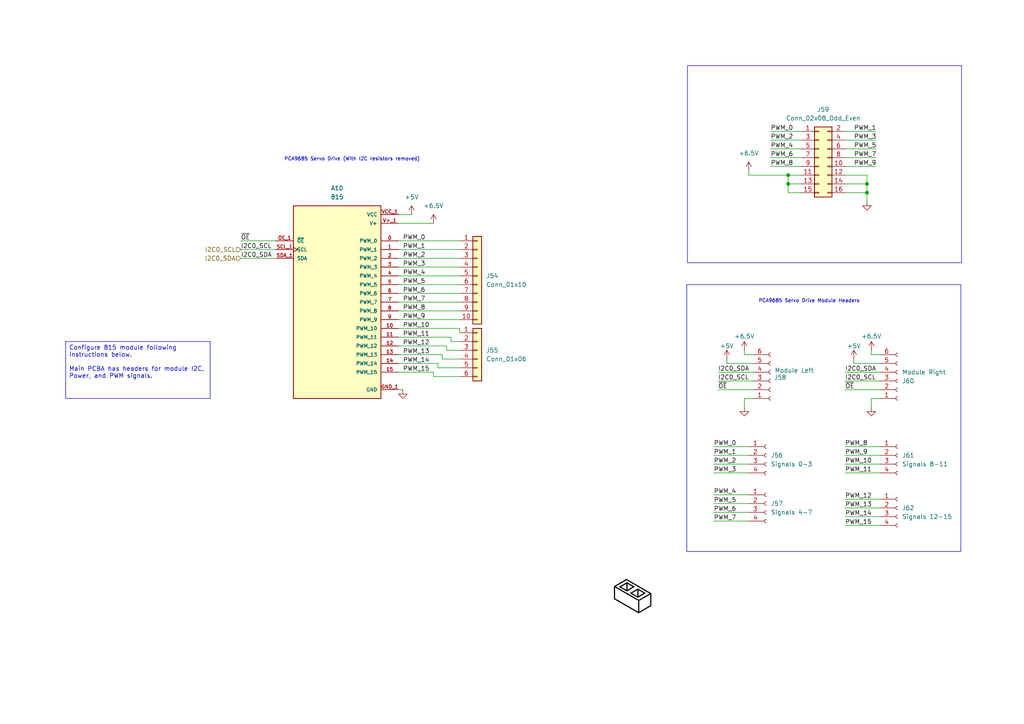
<source format=kicad_sch>
(kicad_sch (version 20250114) (generator "eeschema") (generator_version "9.0")
  (paper "A4")
  (title_block (title "Distribution Board") (date "2026-01-25") (rev "0.4") (company "basically"))
  (lib_symbols
    (symbol "815:815" (pin_names (offset 1.016))
      (property "Reference" "U" (at -12.7 28.702 0))
      (property "Value" "815" (at -12.7 -30.48 0))
      (symbol "815_0_0"
        (rectangle (start -12.7 -27.94) (end 12.7 27.94) (stroke (width 0.254)) (fill (type background)))
        (pin input line (at -17.78 17.78 0) (length 5.08) (name "~{OE}") (number "OE_1"))
        (pin input line (at -17.78 17.78 0) (length 5.08) (hide yes) (name "~{OE}") (number "OE_2"))
        (pin input clock (at -17.78 15.24 0) (length 5.08) (name "SCL") (number "SCL_1"))
        (pin input clock (at -17.78 15.24 0) (length 5.08) (hide yes) (name "SCL") (number "SCL_2"))
        (pin bidirectional line (at -17.78 12.7 0) (length 5.08) (name "SDA") (number "SDA_1"))
        (pin bidirectional line (at -17.78 12.7 0) (length 5.08) (hide yes) (name "SDA") (number "SDA_2"))
        (pin power_in line (at 17.78 25.4 180) (length 5.08) (name "VCC") (number "VCC_1"))
        (pin power_in line (at 17.78 25.4 180) (length 5.08) (hide yes) (name "VCC") (number "VCC_2"))
        (pin power_in line (at 17.78 22.86 180) (length 5.08) (name "V+") (number "V+_1"))
        (pin power_in line (at 17.78 22.86 180) (length 5.08) (hide yes) (name "V+") (number "V+_10"))
        (pin power_in line (at 17.78 22.86 180) (length 5.08) (hide yes) (name "V+") (number "V+_11"))
        (pin power_in line (at 17.78 22.86 180) (length 5.08) (hide yes) (name "V+") (number "V+_12"))
        (pin power_in line (at 17.78 22.86 180) (length 5.08) (hide yes) (name "V+") (number "V+_13"))
        (pin power_in line (at 17.78 22.86 180) (length 5.08) (hide yes) (name "V+") (number "V+_14"))
        (pin power_in line (at 17.78 22.86 180) (length 5.08) (hide yes) (name "V+") (number "V+_15"))
        (pin power_in line (at 17.78 22.86 180) (length 5.08) (hide yes) (name "V+") (number "V+_16"))
        (pin power_in line (at 17.78 22.86 180) (length 5.08) (hide yes) (name "V+") (number "V+_17"))
        (pin power_in line (at 17.78 22.86 180) (length 5.08) (hide yes) (name "V+") (number "V+_18"))
        (pin power_in line (at 17.78 22.86 180) (length 5.08) (hide yes) (name "V+") (number "V+_2"))
        (pin power_in line (at 17.78 22.86 180) (length 5.08) (hide yes) (name "V+") (number "V+_3"))
        (pin power_in line (at 17.78 22.86 180) (length 5.08) (hide yes) (name "V+") (number "V+_4"))
        (pin power_in line (at 17.78 22.86 180) (length 5.08) (hide yes) (name "V+") (number "V+_5"))
        (pin power_in line (at 17.78 22.86 180) (length 5.08) (hide yes) (name "V+") (number "V+_6"))
        (pin power_in line (at 17.78 22.86 180) (length 5.08) (hide yes) (name "V+") (number "V+_7"))
        (pin power_in line (at 17.78 22.86 180) (length 5.08) (hide yes) (name "V+") (number "V+_8"))
        (pin power_in line (at 17.78 22.86 180) (length 5.08) (hide yes) (name "V+") (number "V+_9"))
        (pin output line (at 17.78 17.78 180) (length 5.08) (name "PWM_0") (number "0"))
        (pin output line (at 17.78 15.24 180) (length 5.08) (name "PWM_1") (number "1"))
        (pin output line (at 17.78 12.7 180) (length 5.08) (name "PWM_2") (number "2"))
        (pin output line (at 17.78 10.16 180) (length 5.08) (name "PWM_3") (number "3"))
        (pin output line (at 17.78 7.62 180) (length 5.08) (name "PWM_4") (number "4"))
        (pin output line (at 17.78 5.08 180) (length 5.08) (name "PWM_5") (number "5"))
        (pin output line (at 17.78 2.54 180) (length 5.08) (name "PWM_6") (number "6"))
        (pin output line (at 17.78 0 180) (length 5.08) (name "PWM_7") (number "7"))
        (pin output line (at 17.78 -2.54 180) (length 5.08) (name "PWM_8") (number "8"))
        (pin output line (at 17.78 -5.08 180) (length 5.08) (name "PWM_9") (number "9"))
        (pin output line (at 17.78 -7.62 180) (length 5.08) (name "PWM_10") (number "10"))
        (pin output line (at 17.78 -10.16 180) (length 5.08) (name "PWM_11") (number "11"))
        (pin output line (at 17.78 -12.7 180) (length 5.08) (name "PWM_12") (number "12"))
        (pin output line (at 17.78 -15.24 180) (length 5.08) (name "PWM_13") (number "13"))
        (pin output line (at 17.78 -17.78 180) (length 5.08) (name "PWM_14") (number "14"))
        (pin output line (at 17.78 -20.32 180) (length 5.08) (name "PWM_15") (number "15"))
        (pin power_in line (at 17.78 -25.4 180) (length 5.08) (name "GND") (number "GND_1"))
        (pin power_in line (at 17.78 -25.4 180) (length 5.08) (hide yes) (name "GND") (number "GND_10"))
        (pin power_in line (at 17.78 -25.4 180) (length 5.08) (hide yes) (name "GND") (number "GND_11"))
        (pin power_in line (at 17.78 -25.4 180) (length 5.08) (hide yes) (name "GND") (number "GND_12"))
        (pin power_in line (at 17.78 -25.4 180) (length 5.08) (hide yes) (name "GND") (number "GND_13"))
        (pin power_in line (at 17.78 -25.4 180) (length 5.08) (hide yes) (name "GND") (number "GND_14"))
        (pin power_in line (at 17.78 -25.4 180) (length 5.08) (hide yes) (name "GND") (number "GND_15"))
        (pin power_in line (at 17.78 -25.4 180) (length 5.08) (hide yes) (name "GND") (number "GND_16"))
        (pin power_in line (at 17.78 -25.4 180) (length 5.08) (hide yes) (name "GND") (number "GND_17"))
        (pin power_in line (at 17.78 -25.4 180) (length 5.08) (hide yes) (name "GND") (number "GND_18"))
        (pin power_in line (at 17.78 -25.4 180) (length 5.08) (hide yes) (name "GND") (number "GND_2"))
        (pin power_in line (at 17.78 -25.4 180) (length 5.08) (hide yes) (name "GND") (number "GND_3"))
        (pin power_in line (at 17.78 -25.4 180) (length 5.08) (hide yes) (name "GND") (number "GND_4"))
        (pin power_in line (at 17.78 -25.4 180) (length 5.08) (hide yes) (name "GND") (number "GND_5"))
        (pin power_in line (at 17.78 -25.4 180) (length 5.08) (hide yes) (name "GND") (number "GND_6"))
        (pin power_in line (at 17.78 -25.4 180) (length 5.08) (hide yes) (name "GND") (number "GND_7"))
        (pin power_in line (at 17.78 -25.4 180) (length 5.08) (hide yes) (name "GND") (number "GND_8"))
        (pin power_in line (at 17.78 -25.4 180) (length 5.08) (hide yes) (name "GND") (number "GND_9"))
      )
    )
    (symbol "Connector:Conn_01x04_Socket" (pin_names (offset 1.016) (hide yes))
      (property "Reference" "J" (at 0 5.08 0))
      (property "Value" "Conn_01x04_Socket" (at 0 -7.62 0))
      (symbol "Conn_01x04_Socket_1_1"
        (polyline (pts (xy -1.27 2.54) (xy -0.508 2.54)) (stroke (width 0.1524)))
        (polyline (pts (xy -1.27 0) (xy -0.508 0)) (stroke (width 0.1524)))
        (polyline (pts (xy -1.27 -2.54) (xy -0.508 -2.54)) (stroke (width 0.1524)))
        (polyline (pts (xy -1.27 -5.08) (xy -0.508 -5.08)) (stroke (width 0.1524)))
        (arc (start 0 2.032) (mid -0.5058 2.54) (end 0 3.048) (stroke (width 0.1524)))
        (arc (start 0 -0.508) (mid -0.5058 0) (end 0 0.508) (stroke (width 0.1524)))
        (arc (start 0 -3.048) (mid -0.5058 -2.54) (end 0 -2.032) (stroke (width 0.1524)))
        (arc (start 0 -5.588) (mid -0.5058 -5.08) (end 0 -4.572) (stroke (width 0.1524)))
        (pin passive line (at -5.08 2.54 0) (length 3.81) (name "Pin_1") (number "1"))
        (pin passive line (at -5.08 0 0) (length 3.81) (name "Pin_2") (number "2"))
        (pin passive line (at -5.08 -2.54 0) (length 3.81) (name "Pin_3") (number "3"))
        (pin passive line (at -5.08 -5.08 0) (length 3.81) (name "Pin_4") (number "4"))
      )
    )
    (symbol "Connector:Conn_01x06_Socket" (pin_names (offset 1.016) (hide yes))
      (property "Reference" "J" (at 0 7.62 0))
      (property "Value" "Conn_01x06_Socket" (at 0 -10.16 0))
      (symbol "Conn_01x06_Socket_1_1"
        (polyline (pts (xy -1.27 5.08) (xy -0.508 5.08)) (stroke (width 0.1524)))
        (polyline (pts (xy -1.27 2.54) (xy -0.508 2.54)) (stroke (width 0.1524)))
        (polyline (pts (xy -1.27 0) (xy -0.508 0)) (stroke (width 0.1524)))
        (polyline (pts (xy -1.27 -2.54) (xy -0.508 -2.54)) (stroke (width 0.1524)))
        (polyline (pts (xy -1.27 -5.08) (xy -0.508 -5.08)) (stroke (width 0.1524)))
        (polyline (pts (xy -1.27 -7.62) (xy -0.508 -7.62)) (stroke (width 0.1524)))
        (arc (start 0 4.572) (mid -0.5058 5.08) (end 0 5.588) (stroke (width 0.1524)))
        (arc (start 0 2.032) (mid -0.5058 2.54) (end 0 3.048) (stroke (width 0.1524)))
        (arc (start 0 -0.508) (mid -0.5058 0) (end 0 0.508) (stroke (width 0.1524)))
        (arc (start 0 -3.048) (mid -0.5058 -2.54) (end 0 -2.032) (stroke (width 0.1524)))
        (arc (start 0 -5.588) (mid -0.5058 -5.08) (end 0 -4.572) (stroke (width 0.1524)))
        (arc (start 0 -8.128) (mid -0.5058 -7.62) (end 0 -7.112) (stroke (width 0.1524)))
        (pin passive line (at -5.08 5.08 0) (length 3.81) (name "Pin_1") (number "1"))
        (pin passive line (at -5.08 2.54 0) (length 3.81) (name "Pin_2") (number "2"))
        (pin passive line (at -5.08 0 0) (length 3.81) (name "Pin_3") (number "3"))
        (pin passive line (at -5.08 -2.54 0) (length 3.81) (name "Pin_4") (number "4"))
        (pin passive line (at -5.08 -5.08 0) (length 3.81) (name "Pin_5") (number "5"))
        (pin passive line (at -5.08 -7.62 0) (length 3.81) (name "Pin_6") (number "6"))
      )
    )
    (symbol "Connector_Generic:Conn_01x06" (pin_names (offset 1.016) (hide yes))
      (property "Reference" "J" (at 0 7.62 0))
      (property "Value" "Conn_01x06" (at 0 -10.16 0))
      (symbol "Conn_01x06_1_1"
        (rectangle (start -1.27 6.35) (end 1.27 -8.89) (stroke (width 0.254)) (fill (type background)))
        (rectangle (start -1.27 5.207) (end 0 4.953) (stroke (width 0.1524)))
        (rectangle (start -1.27 2.667) (end 0 2.413) (stroke (width 0.1524)))
        (rectangle (start -1.27 0.127) (end 0 -0.127) (stroke (width 0.1524)))
        (rectangle (start -1.27 -2.413) (end 0 -2.667) (stroke (width 0.1524)))
        (rectangle (start -1.27 -4.953) (end 0 -5.207) (stroke (width 0.1524)))
        (rectangle (start -1.27 -7.493) (end 0 -7.747) (stroke (width 0.1524)))
        (pin passive line (at -5.08 5.08 0) (length 3.81) (name "Pin_1") (number "1"))
        (pin passive line (at -5.08 2.54 0) (length 3.81) (name "Pin_2") (number "2"))
        (pin passive line (at -5.08 0 0) (length 3.81) (name "Pin_3") (number "3"))
        (pin passive line (at -5.08 -2.54 0) (length 3.81) (name "Pin_4") (number "4"))
        (pin passive line (at -5.08 -5.08 0) (length 3.81) (name "Pin_5") (number "5"))
        (pin passive line (at -5.08 -7.62 0) (length 3.81) (name "Pin_6") (number "6"))
      )
    )
    (symbol "Connector_Generic:Conn_01x10" (pin_names (offset 1.016) (hide yes))
      (property "Reference" "J" (at 0 12.7 0))
      (property "Value" "Conn_01x10" (at 0 -15.24 0))
      (symbol "Conn_01x10_1_1"
        (rectangle (start -1.27 11.43) (end 1.27 -13.97) (stroke (width 0.254)) (fill (type background)))
        (rectangle (start -1.27 10.287) (end 0 10.033) (stroke (width 0.1524)))
        (rectangle (start -1.27 7.747) (end 0 7.493) (stroke (width 0.1524)))
        (rectangle (start -1.27 5.207) (end 0 4.953) (stroke (width 0.1524)))
        (rectangle (start -1.27 2.667) (end 0 2.413) (stroke (width 0.1524)))
        (rectangle (start -1.27 0.127) (end 0 -0.127) (stroke (width 0.1524)))
        (rectangle (start -1.27 -2.413) (end 0 -2.667) (stroke (width 0.1524)))
        (rectangle (start -1.27 -4.953) (end 0 -5.207) (stroke (width 0.1524)))
        (rectangle (start -1.27 -7.493) (end 0 -7.747) (stroke (width 0.1524)))
        (rectangle (start -1.27 -10.033) (end 0 -10.287) (stroke (width 0.1524)))
        (rectangle (start -1.27 -12.573) (end 0 -12.827) (stroke (width 0.1524)))
        (pin passive line (at -5.08 10.16 0) (length 3.81) (name "Pin_1") (number "1"))
        (pin passive line (at -5.08 7.62 0) (length 3.81) (name "Pin_2") (number "2"))
        (pin passive line (at -5.08 5.08 0) (length 3.81) (name "Pin_3") (number "3"))
        (pin passive line (at -5.08 2.54 0) (length 3.81) (name "Pin_4") (number "4"))
        (pin passive line (at -5.08 0 0) (length 3.81) (name "Pin_5") (number "5"))
        (pin passive line (at -5.08 -2.54 0) (length 3.81) (name "Pin_6") (number "6"))
        (pin passive line (at -5.08 -5.08 0) (length 3.81) (name "Pin_7") (number "7"))
        (pin passive line (at -5.08 -7.62 0) (length 3.81) (name "Pin_8") (number "8"))
        (pin passive line (at -5.08 -10.16 0) (length 3.81) (name "Pin_9") (number "9"))
        (pin passive line (at -5.08 -12.7 0) (length 3.81) (name "Pin_10") (number "10"))
      )
    )
    (symbol "Connector_Generic:Conn_02x08_Odd_Even" (pin_names (offset 1.016) (hide yes))
      (property "Reference" "J" (at 1.27 10.16 0))
      (property "Value" "Conn_02x08_Odd_Even" (at 1.27 -12.7 0))
      (symbol "Conn_02x08_Odd_Even_1_1"
        (rectangle (start -1.27 8.89) (end 3.81 -11.43) (stroke (width 0.254)) (fill (type background)))
        (rectangle (start -1.27 7.747) (end 0 7.493) (stroke (width 0.1524)))
        (rectangle (start -1.27 5.207) (end 0 4.953) (stroke (width 0.1524)))
        (rectangle (start -1.27 2.667) (end 0 2.413) (stroke (width 0.1524)))
        (rectangle (start -1.27 0.127) (end 0 -0.127) (stroke (width 0.1524)))
        (rectangle (start -1.27 -2.413) (end 0 -2.667) (stroke (width 0.1524)))
        (rectangle (start -1.27 -4.953) (end 0 -5.207) (stroke (width 0.1524)))
        (rectangle (start -1.27 -7.493) (end 0 -7.747) (stroke (width 0.1524)))
        (rectangle (start -1.27 -10.033) (end 0 -10.287) (stroke (width 0.1524)))
        (rectangle (start 3.81 7.747) (end 2.54 7.493) (stroke (width 0.1524)))
        (rectangle (start 3.81 5.207) (end 2.54 4.953) (stroke (width 0.1524)))
        (rectangle (start 3.81 2.667) (end 2.54 2.413) (stroke (width 0.1524)))
        (rectangle (start 3.81 0.127) (end 2.54 -0.127) (stroke (width 0.1524)))
        (rectangle (start 3.81 -2.413) (end 2.54 -2.667) (stroke (width 0.1524)))
        (rectangle (start 3.81 -4.953) (end 2.54 -5.207) (stroke (width 0.1524)))
        (rectangle (start 3.81 -7.493) (end 2.54 -7.747) (stroke (width 0.1524)))
        (rectangle (start 3.81 -10.033) (end 2.54 -10.287) (stroke (width 0.1524)))
        (pin passive line (at -5.08 7.62 0) (length 3.81) (name "Pin_1") (number "1"))
        (pin passive line (at -5.08 5.08 0) (length 3.81) (name "Pin_3") (number "3"))
        (pin passive line (at -5.08 2.54 0) (length 3.81) (name "Pin_5") (number "5"))
        (pin passive line (at -5.08 0 0) (length 3.81) (name "Pin_7") (number "7"))
        (pin passive line (at -5.08 -2.54 0) (length 3.81) (name "Pin_9") (number "9"))
        (pin passive line (at -5.08 -5.08 0) (length 3.81) (name "Pin_11") (number "11"))
        (pin passive line (at -5.08 -7.62 0) (length 3.81) (name "Pin_13") (number "13"))
        (pin passive line (at -5.08 -10.16 0) (length 3.81) (name "Pin_15") (number "15"))
        (pin passive line (at 7.62 7.62 180) (length 3.81) (name "Pin_2") (number "2"))
        (pin passive line (at 7.62 5.08 180) (length 3.81) (name "Pin_4") (number "4"))
        (pin passive line (at 7.62 2.54 180) (length 3.81) (name "Pin_6") (number "6"))
        (pin passive line (at 7.62 0 180) (length 3.81) (name "Pin_8") (number "8"))
        (pin passive line (at 7.62 -2.54 180) (length 3.81) (name "Pin_10") (number "10"))
        (pin passive line (at 7.62 -5.08 180) (length 3.81) (name "Pin_12") (number "12"))
        (pin passive line (at 7.62 -7.62 180) (length 3.81) (name "Pin_14") (number "14"))
        (pin passive line (at 7.62 -10.16 180) (length 3.81) (name "Pin_16") (number "16"))
      )
    )
    (symbol "power:+5V" (power) (pin_numbers (hide yes)) (pin_names (offset 0) (hide yes))
      (property "Value" "+5V" (at 0 3.556 0))
      (symbol "+5V_0_1"
        (polyline (pts (xy -0.762 1.27) (xy 0 2.54)))
        (polyline (pts (xy 0 2.54) (xy 0.762 1.27)))
        (polyline (pts (xy 0 0) (xy 0 2.54)))
      )
      (symbol "+5V_1_1"
        (pin power_in line (at 0 0 90) (length 0) (name "~") (number "1"))
      )
    )
    (symbol "power:+6V" (power) (pin_numbers (hide yes)) (pin_names (offset 0) (hide yes))
      (property "Value" "+6V" (at 0 3.556 0))
      (symbol "+6V_0_1"
        (polyline (pts (xy -0.762 1.27) (xy 0 2.54)))
        (polyline (pts (xy 0 2.54) (xy 0.762 1.27)))
        (polyline (pts (xy 0 0) (xy 0 2.54)))
      )
      (symbol "+6V_1_1"
        (pin power_in line (at 0 0 90) (length 0) (name "~") (number "1"))
      )
    )
    (symbol "power:GND" (power) (pin_numbers (hide yes)) (pin_names (offset 0) (hide yes))
      (property "Value" "GND" (at 0 -3.81 0))
      (symbol "GND_0_1"
        (polyline (pts (xy 0 0) (xy 0 -1.27) (xy 1.27 -1.27) (xy 0 -2.54) (xy -1.27 -1.27) (xy 0 -1.27)))
      )
      (symbol "GND_1_1"
        (pin power_in line (at 0 0 270) (length 0) (name "~") (number "1"))
      )
    )
  )
  (rectangle (start 199.39 19.05) (end 278.89 76.2))
  (polyline (pts (xy 188.9287 172.0747) (xy 188.9287 175.7529) (xy 185.2204 177.8925) (xy 178.0635 173.7647) (xy 178.0635 173.567) (xy 178.3986 173.567) (xy 185.0832 177.4265) (xy 185.0832 174.2671) (xy 185.4182 174.2671) (xy 185.4182 177.3928) (xy 188.5923 175.5602) (xy 188.5923 172.4345) (xy 185.4182 174.2671) (xy 185.0832 174.2671) (xy 185.0832 174.2437) (xy 178.3986 170.3844) (xy 178.3986 173.567) (xy 178.0635 173.567) (xy 178.0635 170.1029) (xy 178.581 170.1029) (xy 185.271 173.9653) (xy 188.406 172.1553) (xy 181.715 168.2923) (xy 178.581 170.1029) (xy 178.0635 170.1029) (xy 178.0635 170.0172) (xy 181.697 167.895) (xy 188.9287 172.0747)) (stroke (width -0.0001) (type solid) (color 0 0 0 1)) (fill (type color) (color 0 0 0 1)))
  (polyline (pts (xy 184.15 170.18) (xy 181.8464 171.5504) (xy 179.4902 170.2106) (xy 180.1585 170.2106) (xy 181.6818 171.0902) (xy 181.6818 169.3311) (xy 182.0139 169.3311) (xy 182.0139 171.0394) (xy 183.4834 170.1821) (xy 182.0139 169.3311) (xy 181.6818 169.3311) (xy 180.1585 170.2106) (xy 179.4902 170.2106) (xy 179.4893 170.2101) (xy 181.8461 168.8494) (xy 184.15 170.18)) (stroke (width -0.0001) (type solid) (color 0 0 0 1)) (fill (type color) (color 0 0 0 1)))
  (rectangle (start 199.19 82.55) (end 278.69 159.96))
  (polyline (pts (xy 185.0227 170.6862) (xy 187.3266 172.0168) (xy 185.0231 173.3872) (xy 182.6666 172.0474) (xy 183.3351 172.0474) (xy 184.8585 172.927) (xy 184.8585 172.8763) (xy 185.1906 172.8763) (xy 186.66 172.0188) (xy 185.1906 171.1679) (xy 185.1906 172.8763) (xy 184.8585 172.8763) (xy 184.8585 171.1679) (xy 183.3351 172.0474) (xy 182.6666 172.0474) (xy 182.6659 172.0469) (xy 185.0227 170.6862) (xy 185.0227 170.6862)) (stroke (width -0.0001) (type solid) (color 0 0 0 1)) (fill (type color) (color 0 0 0 1)))
  (text "PCA9685 Servo Drive (With I2C resistors removed)" (at 102.108 46.228 0) (effects (font (size 1.016 1.016))))
  (text "PCA9685 Servo Drive Module Headers" (at 234.696 87.376 0) (effects (font (size 1.016 1.016))))
  (text_box "Configure 815 module following instructions below.\n\nMain PCBA has headers for module I2C, Power, and PWM signals." (at 19.05 99.06 0) (size 41.91 16.51) (margins 0.9525 0.9525 0.9525 0.9525) (effects (font (size 1.27 1.27)) (justify left top)))
  (junction (at 251.46 55.88))
  (junction (at 228.6 50.8))
  (junction (at 251.46 53.34))
  (junction (at 228.6 53.34))
  (wire (pts (xy 128.27 104.14) (xy 128.27 102.87)))
  (wire (pts (xy 217.17 143.51) (xy 207.01 143.51)))
  (wire (pts (xy 129.54 101.6) (xy 133.35 101.6)))
  (wire (pts (xy 245.11 137.16) (xy 255.27 137.16)))
  (wire (pts (xy 228.6 53.34) (xy 228.6 50.8)))
  (wire (pts (xy 69.85 74.93) (xy 80.01 74.93)))
  (wire (pts (xy 245.11 38.1) (xy 254 38.1)))
  (wire (pts (xy 115.57 77.47) (xy 133.35 77.47)))
  (wire (pts (xy 245.11 53.34) (xy 251.46 53.34)))
  (wire (pts (xy 133.35 85.09) (xy 115.57 85.09)))
  (wire (pts (xy 245.11 147.32) (xy 255.27 147.32)))
  (wire (pts (xy 133.35 92.71) (xy 115.57 92.71)))
  (wire (pts (xy 125.73 107.95) (xy 115.57 107.95)))
  (wire (pts (xy 223.52 40.64) (xy 232.41 40.64)))
  (wire (pts (xy 217.17 151.13) (xy 207.01 151.13)))
  (wire (pts (xy 69.85 69.85) (xy 80.01 69.85)))
  (wire (pts (xy 215.9 118.11) (xy 215.9 115.57)))
  (wire (pts (xy 217.17 129.54) (xy 207.01 129.54)))
  (wire (pts (xy 232.41 55.88) (xy 228.6 55.88)))
  (wire (pts (xy 245.11 40.64) (xy 254 40.64)))
  (wire (pts (xy 245.11 144.78) (xy 255.27 144.78)))
  (wire (pts (xy 133.35 72.39) (xy 115.57 72.39)))
  (wire (pts (xy 115.57 62.23) (xy 119.38 62.23)))
  (wire (pts (xy 208.28 113.03) (xy 218.44 113.03)))
  (wire (pts (xy 245.11 110.49) (xy 255.27 110.49)))
  (wire (pts (xy 127 106.68) (xy 127 105.41)))
  (wire (pts (xy 252.73 118.11) (xy 252.73 115.57)))
  (wire (pts (xy 251.46 55.88) (xy 251.46 58.42)))
  (wire (pts (xy 251.46 50.8) (xy 251.46 53.34)))
  (wire (pts (xy 245.11 149.86) (xy 255.27 149.86)))
  (wire (pts (xy 133.35 96.52) (xy 133.35 95.25)))
  (wire (pts (xy 69.85 72.39) (xy 80.01 72.39)))
  (wire (pts (xy 133.35 90.17) (xy 115.57 90.17)))
  (wire (pts (xy 125.73 109.22) (xy 133.35 109.22)))
  (wire (pts (xy 217.17 134.62) (xy 207.01 134.62)))
  (wire (pts (xy 255.27 105.41) (xy 247.65 105.41)))
  (wire (pts (xy 247.65 105.41) (xy 247.65 104.14)))
  (wire (pts (xy 133.35 82.55) (xy 115.57 82.55)))
  (wire (pts (xy 223.52 38.1) (xy 232.41 38.1)))
  (wire (pts (xy 223.52 45.72) (xy 232.41 45.72)))
  (wire (pts (xy 115.57 113.03) (xy 116.84 113.03)))
  (wire (pts (xy 207.01 137.16) (xy 217.17 137.16)))
  (wire (pts (xy 215.9 102.87) (xy 218.44 102.87)))
  (wire (pts (xy 133.35 74.93) (xy 115.57 74.93)))
  (wire (pts (xy 245.11 45.72) (xy 254 45.72)))
  (wire (pts (xy 245.11 134.62) (xy 255.27 134.62)))
  (wire (pts (xy 252.73 115.57) (xy 255.27 115.57)))
  (wire (pts (xy 217.17 148.59) (xy 207.01 148.59)))
  (wire (pts (xy 245.11 50.8) (xy 251.46 50.8)))
  (wire (pts (xy 133.35 87.63) (xy 115.57 87.63)))
  (wire (pts (xy 130.81 97.79) (xy 115.57 97.79)))
  (wire (pts (xy 133.35 95.25) (xy 115.57 95.25)))
  (wire (pts (xy 245.11 55.88) (xy 251.46 55.88)))
  (wire (pts (xy 125.73 109.22) (xy 125.73 107.95)))
  (wire (pts (xy 130.81 99.06) (xy 130.81 97.79)))
  (wire (pts (xy 245.11 48.26) (xy 254 48.26)))
  (wire (pts (xy 215.9 101.6) (xy 215.9 102.87)))
  (wire (pts (xy 208.28 110.49) (xy 218.44 110.49)))
  (wire (pts (xy 210.82 105.41) (xy 210.82 104.14)))
  (wire (pts (xy 245.11 113.03) (xy 255.27 113.03)))
  (wire (pts (xy 130.81 99.06) (xy 133.35 99.06)))
  (wire (pts (xy 133.35 69.85) (xy 115.57 69.85)))
  (wire (pts (xy 245.11 152.4) (xy 255.27 152.4)))
  (wire (pts (xy 127 105.41) (xy 115.57 105.41)))
  (wire (pts (xy 128.27 102.87) (xy 115.57 102.87)))
  (wire (pts (xy 115.57 64.77) (xy 125.73 64.77)))
  (wire (pts (xy 252.73 101.6) (xy 252.73 102.87)))
  (wire (pts (xy 255.27 132.08) (xy 245.11 132.08)))
  (wire (pts (xy 133.35 80.01) (xy 115.57 80.01)))
  (wire (pts (xy 129.54 100.33) (xy 115.57 100.33)))
  (wire (pts (xy 128.27 104.14) (xy 133.35 104.14)))
  (wire (pts (xy 217.17 132.08) (xy 207.01 132.08)))
  (wire (pts (xy 215.9 115.57) (xy 218.44 115.57)))
  (wire (pts (xy 228.6 55.88) (xy 228.6 53.34)))
  (wire (pts (xy 251.46 53.34) (xy 251.46 55.88)))
  (wire (pts (xy 232.41 50.8) (xy 228.6 50.8)))
  (wire (pts (xy 232.41 53.34) (xy 228.6 53.34)))
  (wire (pts (xy 223.52 43.18) (xy 232.41 43.18)))
  (wire (pts (xy 252.73 102.87) (xy 255.27 102.87)))
  (wire (pts (xy 129.54 101.6) (xy 129.54 100.33)))
  (wire (pts (xy 255.27 129.54) (xy 245.11 129.54)))
  (wire (pts (xy 218.44 105.41) (xy 210.82 105.41)))
  (wire (pts (xy 127 106.68) (xy 133.35 106.68)))
  (wire (pts (xy 228.6 50.8) (xy 217.17 50.8)))
  (wire (pts (xy 245.11 107.95) (xy 255.27 107.95)))
  (wire (pts (xy 208.28 107.95) (xy 218.44 107.95)))
  (wire (pts (xy 217.17 146.05) (xy 207.01 146.05)))
  (wire (pts (xy 217.17 50.8) (xy 217.17 49.53)))
  (wire (pts (xy 223.52 48.26) (xy 232.41 48.26)))
  (wire (pts (xy 245.11 43.18) (xy 254 43.18)))
  (label "PWM_6" (at 223.52 45.72 0))
  (label "PWM_15" (at 245.11 152.4 0))
  (label "~{OE}" (at 245.11 113.03 0))
  (label "PWM_3" (at 207.01 137.16 0))
  (label "PWM_6" (at 207.01 148.59 0))
  (label "PWM_9" (at 245.11 132.08 0))
  (label "PWM_4" (at 116.84 80.01 0))
  (label "PWM_10" (at 116.84 95.25 0))
  (label "PWM_4" (at 207.01 143.51 0))
  (label "PWM_0" (at 207.01 129.54 0))
  (label "PWM_5" (at 247.65 43.18 0))
  (label "PWM_13" (at 116.84 102.87 0))
  (label "PWM_6" (at 116.84 85.09 0))
  (label "PWM_8" (at 116.84 90.17 0))
  (label "PWM_2" (at 207.01 134.62 0))
  (label "PWM_3" (at 247.65 40.64 0))
  (label "I2C0_SCL" (at 69.85 72.39 0))
  (label "~{OE}" (at 69.85 69.85 0))
  (label "PWM_12" (at 245.11 144.78 0))
  (label "PWM_2" (at 223.52 40.64 0))
  (label "PWM_11" (at 116.84 97.79 0))
  (label "PWM_2" (at 116.84 74.93 0))
  (label "PWM_9" (at 247.65 48.26 0))
  (label "PWM_9" (at 116.84 92.71 0))
  (label "PWM_7" (at 207.01 151.13 0))
  (label "PWM_12" (at 116.84 100.33 0))
  (label "PWM_0" (at 116.84 69.85 0))
  (label "I2C0_SCL" (at 245.11 110.49 0))
  (label "PWM_5" (at 207.01 146.05 0))
  (label "I2C0_SDA" (at 245.11 107.95 0))
  (label "PWM_7" (at 247.65 45.72 0))
  (label "PWM_1" (at 247.65 38.1 0))
  (label "I2C0_SCL" (at 208.28 110.49 0))
  (label "PWM_8" (at 245.11 129.54 0))
  (label "PWM_14" (at 116.84 105.41 0))
  (label "~{OE}" (at 208.28 113.03 0))
  (label "PWM_13" (at 245.11 147.32 0))
  (label "PWM_10" (at 245.11 134.62 0))
  (label "I2C0_SDA" (at 69.85 74.93 0))
  (label "PWM_1" (at 207.01 132.08 0))
  (label "PWM_15" (at 116.84 107.95 0))
  (label "PWM_8" (at 223.52 48.26 0))
  (label "PWM_1" (at 116.84 72.39 0))
  (label "PWM_11" (at 245.11 137.16 0))
  (label "PWM_5" (at 116.84 82.55 0))
  (label "PWM_0" (at 223.52 38.1 0))
  (label "I2C0_SDA" (at 208.28 107.95 0))
  (label "PWM_4" (at 223.52 43.18 0))
  (label "PWM_14" (at 245.11 149.86 0))
  (label "PWM_7" (at 116.84 87.63 0))
  (label "PWM_3" (at 116.84 77.47 0))
  (hierarchical_label "I2C0_SCL" (shape input) (at 69.85 72.39 180))
  (hierarchical_label "I2C0_SDA" (shape input) (at 69.85 74.93 180))
  (symbol (lib_id "Connector_Generic:Conn_01x06") (at 138.43 101.6 0) (unit 1)
    (property "Reference" "J55" (at 140.97 101.5999 0) (effects (justify left)))
    (property "Value" "Conn_01x06" (at 140.97 104.1399 0) (effects (justify left)))
    (property "Footprint" "Connector_PinHeader_2.54mm:PinHeader_1x06_P2.54mm_Vertical" (effects (hide yes)))
    (property "Description" "Generic connector, single row, 01x06, script generated (kicad-library-utils/schlib/autogen/connector/)" (effects (hide yes)))
  )
  (symbol (lib_id "power:GND") (at 251.46 58.42 0) (unit 1)
    (property "Reference" "#PWR0135" (effects (hide yes)))
    (property "Value" "GND" (effects (hide yes)))
    (property "Description" "Power symbol creates a global label with name \"GND\" , ground" (effects (hide yes)))
  )
  (symbol (lib_id "power:+6V") (at 217.17 49.53 0) (unit 1)
    (property "Reference" "#PWR0133" (effects (hide yes)))
    (property "Value" "+6.5V" (at 217.17 44.45 0))
    (property "Description" "Power symbol creates a global label with name \"+6V\"" (effects (hide yes)))
  )
  (symbol (lib_id "Connector_Generic:Conn_01x10") (at 138.43 80.01 0) (unit 1)
    (property "Reference" "J54" (at 140.97 80.0099 0) (effects (justify left)))
    (property "Value" "Conn_01x10" (at 140.97 82.5499 0) (effects (justify left)))
    (property "Footprint" "Connector_JST:JST_XA_B10B-XASK-1-A_1x10_P2.50mm_Vertical" (effects (hide yes)))
    (property "Description" "Generic connector, single row, 01x10, script generated (kicad-library-utils/schlib/autogen/connector/)" (effects (hide yes)))
  )
  (symbol (lib_id "Connector_Generic:Conn_02x08_Odd_Even") (at 237.49 45.72 0) (unit 1)
    (property "Reference" "J59" (at 238.76 31.75 0))
    (property "Value" "Conn_02x08_Odd_Even" (at 238.76 34.29 0))
    (property "Footprint" "Connector_IDC:IDC-Header_2x08_P2.54mm_Vertical" (effects (hide yes)))
    (property "Description" "Generic connector, double row, 02x08, odd/even pin numbering scheme (row 1 odd numbers, row 2 even numbers), script generated (kicad-library-utils/schlib/autogen/connector/)" (effects (hide yes)))
  )
  (symbol (lib_id "power:+5V") (at 247.65 104.14 0) (unit 1)
    (property "Reference" "#PWR0134" (effects (hide yes)))
    (property "Value" "+5V" (at 247.65 100.33 0))
    (property "Description" "Power symbol creates a global label with name \"+5V\"" (effects (hide yes)))
  )
  (symbol (lib_id "Connector:Conn_01x04_Socket") (at 260.35 132.08 0) (unit 1)
    (property "Reference" "J61" (at 261.62 132.0799 0) (effects (justify left)))
    (property "Value" "Signals 8-11" (at 261.62 134.6199 0) (effects (justify left)))
    (property "Footprint" "Connector_PinSocket_2.54mm:PinSocket_1x04_P2.54mm_Vertical" (effects (hide yes)))
    (property "Description" "Generic connector, single row, 01x04, script generated" (effects (hide yes)))
  )
  (symbol (lib_id "power:+6V") (at 252.73 101.6 0) (unit 1)
    (property "Reference" "#PWR0136" (effects (hide yes)))
    (property "Value" "+6.5V" (at 252.73 97.536 0))
    (property "Description" "Power symbol creates a global label with name \"+6V\"" (effects (hide yes)))
  )
  (symbol (lib_id "Connector:Conn_01x04_Socket") (at 222.25 146.05 0) (unit 1)
    (property "Reference" "J57" (at 223.52 146.0499 0) (effects (justify left)))
    (property "Value" "Signals 4-7" (at 223.52 148.5899 0) (effects (justify left)))
    (property "Footprint" "Connector_PinSocket_2.54mm:PinSocket_1x04_P2.54mm_Vertical" (effects (hide yes)))
    (property "Description" "Generic connector, single row, 01x04, script generated" (effects (hide yes)))
  )
  (symbol (lib_id "power:GND") (at 252.73 118.11 0) (unit 1)
    (property "Reference" "#PWR0137" (effects (hide yes)))
    (property "Value" "GND" (effects (hide yes)))
    (property "Description" "Power symbol creates a global label with name \"GND\" , ground" (effects (hide yes)))
  )
  (symbol (lib_id "Connector:Conn_01x04_Socket") (at 222.25 132.08 0) (unit 1)
    (property "Reference" "J56" (at 223.52 132.0799 0) (effects (justify left)))
    (property "Value" "Signals 0-3" (at 223.52 134.6199 0) (effects (justify left)))
    (property "Footprint" "Connector_PinSocket_2.54mm:PinSocket_1x04_P2.54mm_Vertical" (effects (hide yes)))
    (property "Description" "Generic connector, single row, 01x04, script generated" (effects (hide yes)))
  )
  (symbol (lib_id "Connector:Conn_01x04_Socket") (at 260.35 147.32 0) (unit 1)
    (property "Reference" "J62" (at 261.62 147.3199 0) (effects (justify left)))
    (property "Value" "Signals 12-15" (at 261.62 149.8599 0) (effects (justify left)))
    (property "Footprint" "Connector_PinSocket_2.54mm:PinSocket_1x04_P2.54mm_Vertical" (effects (hide yes)))
    (property "Description" "Generic connector, single row, 01x04, script generated" (effects (hide yes)))
  )
  (symbol (lib_id "power:GND") (at 215.9 118.11 0) (unit 1)
    (property "Reference" "#PWR0132" (effects (hide yes)))
    (property "Value" "GND" (effects (hide yes)))
    (property "Description" "Power symbol creates a global label with name \"GND\" , ground" (effects (hide yes)))
  )
  (symbol (lib_id "power:+5V") (at 119.38 62.23 0) (unit 1)
    (property "Reference" "#PWR0128" (effects (hide yes)))
    (property "Value" "+5V" (at 119.38 57.15 0))
    (property "Description" "Power symbol creates a global label with name \"+5V\"" (effects (hide yes)))
  )
  (symbol (lib_id "power:+6V") (at 125.73 64.77 0) (unit 1)
    (property "Reference" "#PWR0129" (effects (hide yes)))
    (property "Value" "+6.5V" (at 125.73 59.69 0))
    (property "Description" "Power symbol creates a global label with name \"+6V\"" (effects (hide yes)))
  )
  (symbol (lib_id "power:+6V") (at 215.9 101.6 0) (unit 1)
    (property "Reference" "#PWR0131" (effects (hide yes)))
    (property "Value" "+6.5V" (at 215.9 97.536 0))
    (property "Description" "Power symbol creates a global label with name \"+6V\"" (effects (hide yes)))
  )
  (symbol (lib_id "815:815") (at 97.79 87.63 0) (unit 1) (on_board no)
    (property "Reference" "A10" (at 97.79 54.61 0))
    (property "Value" "815" (at 97.79 57.15 0))
    (property "Footprint" "815:MODULE_815" (effects (hide yes)))
    (property "MF" "Adafruit" (effects (hide yes)))
    (property "SNAPEDA_PACKAGE_ID" "124074" (effects (hide yes)))
    (property "Package" "Non-Standard Adafruit" (effects (hide yes)))
    (property "Price" "None" (effects (hide yes)))
    (property "Check_prices" "https://www.snapeda.com/parts/815/Adafruit+Industries/view-part/?ref=eda" (effects (hide yes)))
    (property "STANDARD" "Manufacturer Recommendations" (effects (hide yes)))
    (property "PARTREV" "C" (effects (hide yes)))
    (property "SnapEDA_Link" "https://www.snapeda.com/parts/815/Adafruit+Industries/view-part/?ref=snap" (effects (hide yes)))
    (property "MP" "815" (effects (hide yes)))
    (property "Purchase-URL" "https://www.snapeda.com/api/url_track_click_mouser/?unipart_id=4816438&manufacturer=Adafruit&part_name=815&search_term=adafruit 16-channel 12-bit pwm/servo driver - i2c interface - pca9685" (effects (hide yes)))
    (property "Description_1" "Adafruit 16-Channel 12-bit PWM/Servo Driver - I2C interface - PCA9685" (effects (hide yes)))
    (property "MANUFACTURER" "Adafruit" (effects (hide yes)))
    (property "Availability" "In Stock" (effects (hide yes)))
    (property "MAXIMUM_PACKAGE_HEIGHT" "N/A" (effects (hide yes)))
  )
  (symbol (lib_id "Connector:Conn_01x06_Socket") (at 260.35 110.49 0) (mirror x) (unit 1)
    (property "Reference" "J60" (at 261.62 110.4901 0) (effects (justify left)))
    (property "Value" "Module Right" (at 261.62 107.9501 0) (effects (justify left)))
    (property "Footprint" "Connector_PinSocket_2.54mm:PinSocket_1x06_P2.54mm_Vertical" (effects (hide yes)))
    (property "Description" "Generic connector, single row, 01x06, script generated" (effects (hide yes)))
  )
  (symbol (lib_id "power:+5V") (at 210.82 104.14 0) (unit 1)
    (property "Reference" "#PWR0130" (effects (hide yes)))
    (property "Value" "+5V" (at 210.82 100.33 0))
    (property "Description" "Power symbol creates a global label with name \"+5V\"" (effects (hide yes)))
  )
  (symbol (lib_id "Connector:Conn_01x06_Socket") (at 223.52 110.49 0) (mirror x) (unit 1)
    (property "Reference" "J58" (at 226.314 109.474 0))
    (property "Value" "Module Left" (at 230.378 107.442 0))
    (property "Footprint" "Connector_PinSocket_2.54mm:PinSocket_1x06_P2.54mm_Vertical" (effects (hide yes)))
    (property "Description" "Generic connector, single row, 01x06, script generated" (effects (hide yes)))
  )
  (symbol (lib_id "power:GND") (at 116.84 113.03 0) (unit 1)
    (property "Reference" "#PWR0127" (effects (hide yes)))
    (property "Value" "GND" (effects (hide yes)))
    (property "Description" "Power symbol creates a global label with name \"GND\" , ground" (effects (hide yes)))
  )
)
</source>
